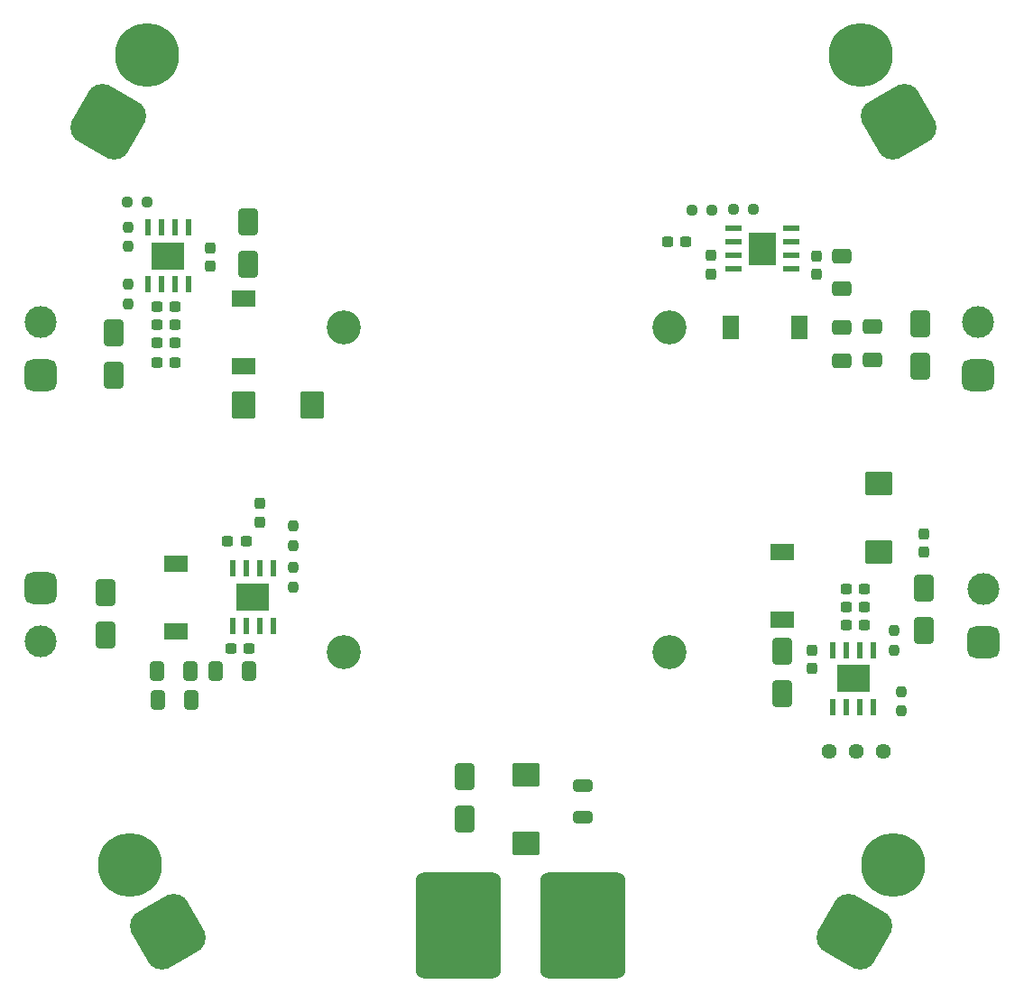
<source format=gbr>
%TF.GenerationSoftware,KiCad,Pcbnew,9.0.1*%
%TF.CreationDate,2025-04-09T16:15:18+03:00*%
%TF.ProjectId,G__ Da__t_m Kart_,47fce720-4461-41f3-9174-316d204b6172,rev?*%
%TF.SameCoordinates,Original*%
%TF.FileFunction,Soldermask,Top*%
%TF.FilePolarity,Negative*%
%FSLAX46Y46*%
G04 Gerber Fmt 4.6, Leading zero omitted, Abs format (unit mm)*
G04 Created by KiCad (PCBNEW 9.0.1) date 2025-04-09 16:15:18*
%MOMM*%
%LPD*%
G01*
G04 APERTURE LIST*
G04 Aperture macros list*
%AMRoundRect*
0 Rectangle with rounded corners*
0 $1 Rounding radius*
0 $2 $3 $4 $5 $6 $7 $8 $9 X,Y pos of 4 corners*
0 Add a 4 corners polygon primitive as box body*
4,1,4,$2,$3,$4,$5,$6,$7,$8,$9,$2,$3,0*
0 Add four circle primitives for the rounded corners*
1,1,$1+$1,$2,$3*
1,1,$1+$1,$4,$5*
1,1,$1+$1,$6,$7*
1,1,$1+$1,$8,$9*
0 Add four rect primitives between the rounded corners*
20,1,$1+$1,$2,$3,$4,$5,0*
20,1,$1+$1,$4,$5,$6,$7,0*
20,1,$1+$1,$6,$7,$8,$9,0*
20,1,$1+$1,$8,$9,$2,$3,0*%
G04 Aperture macros list end*
%ADD10RoundRect,0.800000X3.200000X4.200000X-3.200000X4.200000X-3.200000X-4.200000X3.200000X-4.200000X0*%
%ADD11C,6.000000*%
%ADD12RoundRect,1.500000X0.549038X-2.049038X2.049038X0.549038X-0.549038X2.049038X-2.049038X-0.549038X0*%
%ADD13RoundRect,0.237500X-0.237500X0.250000X-0.237500X-0.250000X0.237500X-0.250000X0.237500X0.250000X0*%
%ADD14RoundRect,0.250000X0.650000X-1.000000X0.650000X1.000000X-0.650000X1.000000X-0.650000X-1.000000X0*%
%ADD15R,2.200000X1.500000*%
%ADD16RoundRect,0.250001X1.044999X-0.872499X1.044999X0.872499X-1.044999X0.872499X-1.044999X-0.872499X0*%
%ADD17RoundRect,0.237500X0.237500X-0.300000X0.237500X0.300000X-0.237500X0.300000X-0.237500X-0.300000X0*%
%ADD18RoundRect,0.237500X-0.300000X-0.237500X0.300000X-0.237500X0.300000X0.237500X-0.300000X0.237500X0*%
%ADD19RoundRect,0.250000X-0.650000X1.000000X-0.650000X-1.000000X0.650000X-1.000000X0.650000X1.000000X0*%
%ADD20C,1.440000*%
%ADD21R,3.100000X2.600000*%
%ADD22R,0.600000X1.550000*%
%ADD23C,3.000000*%
%ADD24RoundRect,0.750000X0.750000X-0.750000X0.750000X0.750000X-0.750000X0.750000X-0.750000X-0.750000X0*%
%ADD25RoundRect,0.250001X-1.044999X0.872499X-1.044999X-0.872499X1.044999X-0.872499X1.044999X0.872499X0*%
%ADD26RoundRect,1.500000X2.049038X-0.549038X0.549038X2.049038X-2.049038X0.549038X-0.549038X-2.049038X0*%
%ADD27R,1.500000X2.200000*%
%ADD28RoundRect,0.237500X-0.250000X-0.237500X0.250000X-0.237500X0.250000X0.237500X-0.250000X0.237500X0*%
%ADD29RoundRect,0.237500X0.300000X0.237500X-0.300000X0.237500X-0.300000X-0.237500X0.300000X-0.237500X0*%
%ADD30RoundRect,0.250000X0.650000X-0.412500X0.650000X0.412500X-0.650000X0.412500X-0.650000X-0.412500X0*%
%ADD31C,3.200000*%
%ADD32RoundRect,0.250000X0.412500X0.650000X-0.412500X0.650000X-0.412500X-0.650000X0.412500X-0.650000X0*%
%ADD33RoundRect,0.250001X-0.872499X-1.044999X0.872499X-1.044999X0.872499X1.044999X-0.872499X1.044999X0*%
%ADD34RoundRect,0.250000X-0.650000X0.325000X-0.650000X-0.325000X0.650000X-0.325000X0.650000X0.325000X0*%
%ADD35RoundRect,0.237500X-0.237500X0.300000X-0.237500X-0.300000X0.237500X-0.300000X0.237500X0.300000X0*%
%ADD36RoundRect,0.750000X-0.750000X0.750000X-0.750000X-0.750000X0.750000X-0.750000X0.750000X0.750000X0*%
%ADD37R,2.600000X3.100000*%
%ADD38R,1.550000X0.600000*%
%ADD39RoundRect,0.237500X0.237500X-0.250000X0.237500X0.250000X-0.237500X0.250000X-0.237500X-0.250000X0*%
%ADD40RoundRect,0.237500X0.250000X0.237500X-0.250000X0.237500X-0.250000X-0.237500X0.250000X-0.237500X0*%
%ADD41RoundRect,0.250000X-0.650000X0.412500X-0.650000X-0.412500X0.650000X-0.412500X0.650000X0.412500X0*%
G04 APERTURE END LIST*
D10*
%TO.C,H7*%
X187200000Y-127700000D03*
%TD*%
%TO.C,H8*%
X198900000Y-127700000D03*
%TD*%
D11*
%TO.C,J3*%
X228000000Y-122000000D03*
D12*
X224400000Y-128235383D03*
%TD*%
D13*
%TO.C,R6*%
X228100000Y-101812500D03*
X228100000Y-99987500D03*
%TD*%
D14*
%TO.C,D5*%
X230900000Y-96000000D03*
X230900000Y-100000000D03*
%TD*%
D15*
%TO.C,L4*%
X217600000Y-92600000D03*
X217600000Y-99000000D03*
%TD*%
D16*
%TO.C,C23*%
X226700000Y-86192500D03*
X226700000Y-92607500D03*
%TD*%
D13*
%TO.C,R9*%
X228800000Y-107525000D03*
X228800000Y-105700000D03*
%TD*%
D17*
%TO.C,C22*%
X220400000Y-101837500D03*
X220400000Y-103562500D03*
%TD*%
D18*
%TO.C,C15*%
X225362500Y-99500000D03*
X223637500Y-99500000D03*
%TD*%
%TO.C,C18*%
X225362500Y-96100000D03*
X223637500Y-96100000D03*
%TD*%
%TO.C,C17*%
X225362500Y-97800000D03*
X223637500Y-97800000D03*
%TD*%
D19*
%TO.C,D7*%
X217600000Y-105900000D03*
X217600000Y-101900000D03*
%TD*%
D20*
%TO.C,RV1*%
X222060000Y-111300000D03*
X224600000Y-111300000D03*
X227140000Y-111300000D03*
%TD*%
D21*
%TO.C,U9*%
X224300000Y-104500000D03*
D22*
X222395000Y-101800000D03*
X223665000Y-101800000D03*
X224935000Y-101800000D03*
X226205000Y-101800000D03*
X226205000Y-107200000D03*
X224935000Y-107200000D03*
X223665000Y-107200000D03*
X222395000Y-107200000D03*
%TD*%
D17*
%TO.C,C26*%
X230900000Y-90875000D03*
X230900000Y-92600000D03*
%TD*%
D23*
%TO.C,U5*%
X236500000Y-96100000D03*
D24*
X236500000Y-101100000D03*
%TD*%
D25*
%TO.C,C27*%
X193600000Y-113500000D03*
X193600000Y-119915000D03*
%TD*%
D26*
%TO.C,J1*%
X228562500Y-52235383D03*
D11*
X224962500Y-46000000D03*
%TD*%
D27*
%TO.C,L3*%
X212800000Y-71560000D03*
X219200000Y-71560000D03*
%TD*%
D28*
%TO.C,R8*%
X213087500Y-60460000D03*
X214912500Y-60460000D03*
%TD*%
D29*
%TO.C,C3*%
X160662500Y-69600000D03*
X158937500Y-69600000D03*
%TD*%
%TO.C,C20*%
X208600000Y-63500000D03*
X206875000Y-63500000D03*
%TD*%
D30*
%TO.C,C24*%
X223200000Y-74622500D03*
X223200000Y-71497500D03*
%TD*%
D28*
%TO.C,R7*%
X209187500Y-60500000D03*
X211012500Y-60500000D03*
%TD*%
D19*
%TO.C,D8*%
X187800000Y-113700000D03*
X187800000Y-117700000D03*
%TD*%
D15*
%TO.C,L1*%
X160700000Y-93700000D03*
X160700000Y-100100000D03*
%TD*%
D31*
%TO.C,H5*%
X176500000Y-102000000D03*
%TD*%
D21*
%TO.C,U7*%
X167950000Y-96850000D03*
D22*
X166045000Y-99550000D03*
X167315000Y-99550000D03*
X168585000Y-99550000D03*
X169855000Y-99550000D03*
X169855000Y-94150000D03*
X168585000Y-94150000D03*
X167315000Y-94150000D03*
X166045000Y-94150000D03*
%TD*%
D32*
%TO.C,C5*%
X167562500Y-103800000D03*
X164437500Y-103800000D03*
%TD*%
D33*
%TO.C,C11*%
X167092500Y-78800000D03*
X173507500Y-78800000D03*
%TD*%
D13*
%TO.C,R3*%
X171700000Y-94087500D03*
X171700000Y-95912500D03*
%TD*%
D32*
%TO.C,C14*%
X162125000Y-106500000D03*
X159000000Y-106500000D03*
%TD*%
D34*
%TO.C,C2*%
X198900000Y-114525000D03*
X198900000Y-117475000D03*
%TD*%
D19*
%TO.C,D2*%
X154900000Y-72000000D03*
X154900000Y-76000000D03*
%TD*%
D14*
%TO.C,D6*%
X167500000Y-65600000D03*
X167500000Y-61600000D03*
%TD*%
D17*
%TO.C,C8*%
X168600000Y-89800000D03*
X168600000Y-88075000D03*
%TD*%
D35*
%TO.C,C21*%
X210900000Y-64775000D03*
X210900000Y-66500000D03*
%TD*%
D30*
%TO.C,C25*%
X226100000Y-74585000D03*
X226100000Y-71460000D03*
%TD*%
D29*
%TO.C,C6*%
X160662500Y-73000000D03*
X158937500Y-73000000D03*
%TD*%
%TO.C,C4*%
X160662500Y-71300000D03*
X158937500Y-71300000D03*
%TD*%
D36*
%TO.C,U3*%
X148000000Y-96000000D03*
D23*
X148000000Y-101000000D03*
%TD*%
D37*
%TO.C,U8*%
X215750000Y-64150000D03*
D38*
X218450000Y-66055000D03*
X218450000Y-64785000D03*
X218450000Y-63515000D03*
X218450000Y-62245000D03*
X213050000Y-62245000D03*
X213050000Y-63515000D03*
X213050000Y-64785000D03*
X213050000Y-66055000D03*
%TD*%
D29*
%TO.C,C10*%
X167300000Y-91600000D03*
X165575000Y-91600000D03*
%TD*%
D13*
%TO.C,R2*%
X171700000Y-90175000D03*
X171700000Y-92000000D03*
%TD*%
D31*
%TO.C,H4*%
X207000000Y-71500000D03*
%TD*%
D14*
%TO.C,D4*%
X230600000Y-75200000D03*
X230600000Y-71200000D03*
%TD*%
D32*
%TO.C,C12*%
X162100000Y-103800000D03*
X158975000Y-103800000D03*
%TD*%
D29*
%TO.C,C13*%
X160662500Y-74800000D03*
X158937500Y-74800000D03*
%TD*%
D22*
%TO.C,U6*%
X161905000Y-62100000D03*
X160635000Y-62100000D03*
X159365000Y-62100000D03*
X158095000Y-62100000D03*
X158095000Y-67500000D03*
X159365000Y-67500000D03*
X160635000Y-67500000D03*
X161905000Y-67500000D03*
D21*
X160000000Y-64800000D03*
%TD*%
D31*
%TO.C,H3*%
X176500000Y-71500000D03*
%TD*%
D39*
%TO.C,R1*%
X156200000Y-69300000D03*
X156200000Y-67475000D03*
%TD*%
D29*
%TO.C,C7*%
X167600000Y-101700000D03*
X165875000Y-101700000D03*
%TD*%
D40*
%TO.C,R4*%
X158012500Y-59800000D03*
X156187500Y-59800000D03*
%TD*%
D15*
%TO.C,L2*%
X167100000Y-68800000D03*
X167100000Y-75200000D03*
%TD*%
D26*
%TO.C,J4*%
X160000000Y-128235383D03*
D11*
X156400000Y-122000000D03*
%TD*%
D24*
%TO.C,U4*%
X236000000Y-76000000D03*
D23*
X236000000Y-71000000D03*
%TD*%
D31*
%TO.C,H6*%
X207000000Y-102000000D03*
%TD*%
D12*
%TO.C,J2*%
X154400000Y-52235383D03*
D11*
X158000000Y-46000000D03*
%TD*%
D35*
%TO.C,C19*%
X220800000Y-64797500D03*
X220800000Y-66522500D03*
%TD*%
D19*
%TO.C,D3*%
X154100000Y-96400000D03*
X154100000Y-100400000D03*
%TD*%
D39*
%TO.C,R5*%
X156200000Y-63912500D03*
X156200000Y-62087500D03*
%TD*%
D35*
%TO.C,C9*%
X163900000Y-64037500D03*
X163900000Y-65762500D03*
%TD*%
D41*
%TO.C,C16*%
X223200000Y-64797500D03*
X223200000Y-67922500D03*
%TD*%
D24*
%TO.C,U2*%
X148000000Y-76000000D03*
D23*
X148000000Y-71000000D03*
%TD*%
M02*

</source>
